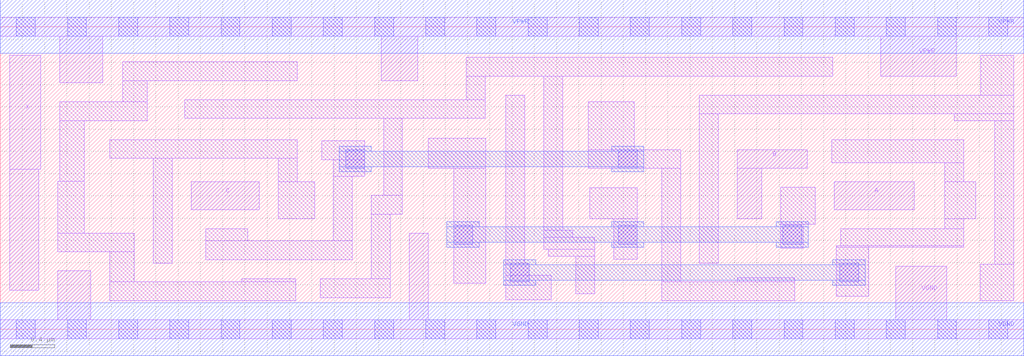
<source format=lef>
# Copyright 2020 The SkyWater PDK Authors
#
# Licensed under the Apache License, Version 2.0 (the "License");
# you may not use this file except in compliance with the License.
# You may obtain a copy of the License at
#
#     https://www.apache.org/licenses/LICENSE-2.0
#
# Unless required by applicable law or agreed to in writing, software
# distributed under the License is distributed on an "AS IS" BASIS,
# WITHOUT WARRANTIES OR CONDITIONS OF ANY KIND, either express or implied.
# See the License for the specific language governing permissions and
# limitations under the License.
#
# SPDX-License-Identifier: Apache-2.0

VERSION 5.7 ;
  NAMESCASESENSITIVE ON ;
  NOWIREEXTENSIONATPIN ON ;
  DIVIDERCHAR "/" ;
  BUSBITCHARS "[]" ;
UNITS
  DATABASE MICRONS 200 ;
END UNITS
PROPERTYDEFINITIONS
  MACRO maskLayoutSubType STRING ;
  MACRO prCellType STRING ;
  MACRO originalViewName STRING ;
END PROPERTYDEFINITIONS
MACRO sky130_fd_sc_hdll__xnor3_1
  CLASS CORE ;
  FOREIGN sky130_fd_sc_hdll__xnor3_1 ;
  ORIGIN  0.000000  0.000000 ;
  SIZE  9.200000 BY  2.720000 ;
  SYMMETRY X Y R90 ;
  SITE unithd ;
  PIN A
    ANTENNAGATEAREA  0.276000 ;
    DIRECTION INPUT ;
    USE SIGNAL ;
    PORT
      LAYER li1 ;
        RECT 7.495000 1.075000 8.215000 1.325000 ;
    END
  END A
  PIN B
    ANTENNAGATEAREA  0.735900 ;
    DIRECTION INPUT ;
    USE SIGNAL ;
    PORT
      LAYER li1 ;
        RECT 6.625000 0.995000 6.845000 1.445000 ;
        RECT 6.625000 1.445000 7.255000 1.615000 ;
    END
  END B
  PIN C
    ANTENNAGATEAREA  0.425400 ;
    DIRECTION INPUT ;
    USE SIGNAL ;
    PORT
      LAYER li1 ;
        RECT 1.715000 1.075000 2.330000 1.325000 ;
    END
  END C
  PIN X
    ANTENNADIFFAREA  0.472000 ;
    DIRECTION OUTPUT ;
    USE SIGNAL ;
    PORT
      LAYER li1 ;
        RECT 0.085000 0.350000 0.345000 1.440000 ;
        RECT 0.085000 1.440000 0.365000 2.465000 ;
    END
  END X
  PIN VGND
    DIRECTION INOUT ;
    USE GROUND ;
    PORT
      LAYER li1 ;
        RECT 0.000000 -0.085000 9.200000 0.085000 ;
        RECT 0.515000  0.085000 0.815000 0.525000 ;
        RECT 3.675000  0.085000 3.845000 0.865000 ;
        RECT 8.050000  0.085000 8.510000 0.565000 ;
      LAYER mcon ;
        RECT 0.145000 -0.085000 0.315000 0.085000 ;
        RECT 0.605000 -0.085000 0.775000 0.085000 ;
        RECT 1.065000 -0.085000 1.235000 0.085000 ;
        RECT 1.525000 -0.085000 1.695000 0.085000 ;
        RECT 1.985000 -0.085000 2.155000 0.085000 ;
        RECT 2.445000 -0.085000 2.615000 0.085000 ;
        RECT 2.905000 -0.085000 3.075000 0.085000 ;
        RECT 3.365000 -0.085000 3.535000 0.085000 ;
        RECT 3.825000 -0.085000 3.995000 0.085000 ;
        RECT 4.285000 -0.085000 4.455000 0.085000 ;
        RECT 4.745000 -0.085000 4.915000 0.085000 ;
        RECT 5.205000 -0.085000 5.375000 0.085000 ;
        RECT 5.665000 -0.085000 5.835000 0.085000 ;
        RECT 6.125000 -0.085000 6.295000 0.085000 ;
        RECT 6.585000 -0.085000 6.755000 0.085000 ;
        RECT 7.045000 -0.085000 7.215000 0.085000 ;
        RECT 7.505000 -0.085000 7.675000 0.085000 ;
        RECT 7.965000 -0.085000 8.135000 0.085000 ;
        RECT 8.425000 -0.085000 8.595000 0.085000 ;
        RECT 8.885000 -0.085000 9.055000 0.085000 ;
      LAYER met1 ;
        RECT 0.000000 -0.240000 9.200000 0.240000 ;
    END
  END VGND
  PIN VPWR
    DIRECTION INOUT ;
    USE POWER ;
    PORT
      LAYER li1 ;
        RECT 0.000000 2.635000 9.200000 2.805000 ;
        RECT 0.535000 2.215000 0.920000 2.635000 ;
        RECT 3.425000 2.235000 3.755000 2.635000 ;
        RECT 7.915000 2.275000 8.595000 2.635000 ;
      LAYER mcon ;
        RECT 0.145000 2.635000 0.315000 2.805000 ;
        RECT 0.605000 2.635000 0.775000 2.805000 ;
        RECT 1.065000 2.635000 1.235000 2.805000 ;
        RECT 1.525000 2.635000 1.695000 2.805000 ;
        RECT 1.985000 2.635000 2.155000 2.805000 ;
        RECT 2.445000 2.635000 2.615000 2.805000 ;
        RECT 2.905000 2.635000 3.075000 2.805000 ;
        RECT 3.365000 2.635000 3.535000 2.805000 ;
        RECT 3.825000 2.635000 3.995000 2.805000 ;
        RECT 4.285000 2.635000 4.455000 2.805000 ;
        RECT 4.745000 2.635000 4.915000 2.805000 ;
        RECT 5.205000 2.635000 5.375000 2.805000 ;
        RECT 5.665000 2.635000 5.835000 2.805000 ;
        RECT 6.125000 2.635000 6.295000 2.805000 ;
        RECT 6.585000 2.635000 6.755000 2.805000 ;
        RECT 7.045000 2.635000 7.215000 2.805000 ;
        RECT 7.505000 2.635000 7.675000 2.805000 ;
        RECT 7.965000 2.635000 8.135000 2.805000 ;
        RECT 8.425000 2.635000 8.595000 2.805000 ;
        RECT 8.885000 2.635000 9.055000 2.805000 ;
      LAYER met1 ;
        RECT 0.000000 2.480000 9.200000 2.960000 ;
    END
  END VPWR
  OBS
    LAYER li1 ;
      RECT 0.515000 0.695000 1.205000 0.865000 ;
      RECT 0.515000 0.865000 0.755000 1.330000 ;
      RECT 0.535000 1.330000 0.755000 1.875000 ;
      RECT 0.535000 1.875000 1.320000 2.045000 ;
      RECT 0.985000 0.255000 2.655000 0.425000 ;
      RECT 0.985000 0.425000 1.205000 0.695000 ;
      RECT 0.985000 1.535000 2.670000 1.705000 ;
      RECT 1.100000 2.045000 1.320000 2.235000 ;
      RECT 1.100000 2.235000 2.670000 2.405000 ;
      RECT 1.375000 0.595000 1.545000 1.535000 ;
      RECT 1.660000 1.895000 4.360000 2.065000 ;
      RECT 1.845000 0.625000 3.165000 0.795000 ;
      RECT 1.845000 0.795000 2.225000 0.905000 ;
      RECT 2.170000 0.425000 2.655000 0.455000 ;
      RECT 2.500000 0.995000 2.825000 1.325000 ;
      RECT 2.500000 1.325000 2.670000 1.535000 ;
      RECT 2.875000 0.285000 3.505000 0.455000 ;
      RECT 2.890000 1.525000 3.275000 1.695000 ;
      RECT 2.995000 0.795000 3.165000 1.375000 ;
      RECT 2.995000 1.375000 3.275000 1.525000 ;
      RECT 3.335000 0.455000 3.505000 1.035000 ;
      RECT 3.335000 1.035000 3.615000 1.205000 ;
      RECT 3.445000 1.205000 3.615000 1.895000 ;
      RECT 3.845000 1.445000 4.365000 1.715000 ;
      RECT 4.075000 0.415000 4.365000 1.445000 ;
      RECT 4.190000 2.065000 4.360000 2.275000 ;
      RECT 4.190000 2.275000 7.485000 2.445000 ;
      RECT 4.545000 0.265000 4.955000 0.485000 ;
      RECT 4.545000 0.485000 4.755000 0.595000 ;
      RECT 4.545000 0.595000 4.715000 2.105000 ;
      RECT 4.885000 0.720000 5.345000 0.825000 ;
      RECT 4.885000 0.825000 5.145000 0.890000 ;
      RECT 4.885000 0.890000 5.055000 2.275000 ;
      RECT 4.925000 0.655000 5.345000 0.720000 ;
      RECT 5.175000 0.320000 5.345000 0.655000 ;
      RECT 5.285000 1.445000 6.115000 1.615000 ;
      RECT 5.285000 1.615000 5.700000 2.045000 ;
      RECT 5.300000 0.995000 5.725000 1.270000 ;
      RECT 5.515000 0.630000 5.725000 0.995000 ;
      RECT 5.945000 0.255000 7.140000 0.425000 ;
      RECT 5.945000 0.425000 6.115000 1.445000 ;
      RECT 6.285000 0.595000 6.455000 1.935000 ;
      RECT 6.285000 1.935000 9.110000 2.105000 ;
      RECT 6.625000 0.425000 7.140000 0.465000 ;
      RECT 7.015000 0.730000 7.220000 0.945000 ;
      RECT 7.015000 0.945000 7.325000 1.275000 ;
      RECT 7.475000 1.495000 8.660000 1.705000 ;
      RECT 7.515000 0.295000 7.805000 0.735000 ;
      RECT 7.515000 0.735000 8.660000 0.750000 ;
      RECT 7.555000 0.750000 8.660000 0.905000 ;
      RECT 8.490000 0.905000 8.660000 0.995000 ;
      RECT 8.490000 0.995000 8.770000 1.325000 ;
      RECT 8.490000 1.325000 8.660000 1.495000 ;
      RECT 8.575000 1.875000 9.110000 1.935000 ;
      RECT 8.810000 0.255000 9.110000 0.585000 ;
      RECT 8.815000 2.105000 9.110000 2.465000 ;
      RECT 8.940000 0.585000 9.110000 1.875000 ;
    LAYER mcon ;
      RECT 3.105000 1.445000 3.275000 1.615000 ;
      RECT 4.075000 0.765000 4.245000 0.935000 ;
      RECT 4.585000 0.425000 4.755000 0.595000 ;
      RECT 5.555000 0.765000 5.725000 0.935000 ;
      RECT 5.555000 1.445000 5.725000 1.615000 ;
      RECT 7.035000 0.765000 7.205000 0.935000 ;
      RECT 7.545000 0.425000 7.715000 0.595000 ;
    LAYER met1 ;
      RECT 3.045000 1.415000 3.335000 1.460000 ;
      RECT 3.045000 1.460000 5.785000 1.600000 ;
      RECT 3.045000 1.600000 3.335000 1.645000 ;
      RECT 4.015000 0.735000 4.305000 0.780000 ;
      RECT 4.015000 0.780000 7.265000 0.920000 ;
      RECT 4.015000 0.920000 4.305000 0.965000 ;
      RECT 4.525000 0.395000 4.815000 0.440000 ;
      RECT 4.525000 0.440000 7.775000 0.580000 ;
      RECT 4.525000 0.580000 4.815000 0.625000 ;
      RECT 5.495000 0.735000 5.785000 0.780000 ;
      RECT 5.495000 0.920000 5.785000 0.965000 ;
      RECT 5.495000 1.415000 5.785000 1.460000 ;
      RECT 5.495000 1.600000 5.785000 1.645000 ;
      RECT 6.975000 0.735000 7.265000 0.780000 ;
      RECT 6.975000 0.920000 7.265000 0.965000 ;
      RECT 7.485000 0.395000 7.775000 0.440000 ;
      RECT 7.485000 0.580000 7.775000 0.625000 ;
  END
  PROPERTY maskLayoutSubType "abstract" ;
  PROPERTY prCellType "standard" ;
  PROPERTY originalViewName "layout" ;
END sky130_fd_sc_hdll__xnor3_1

</source>
